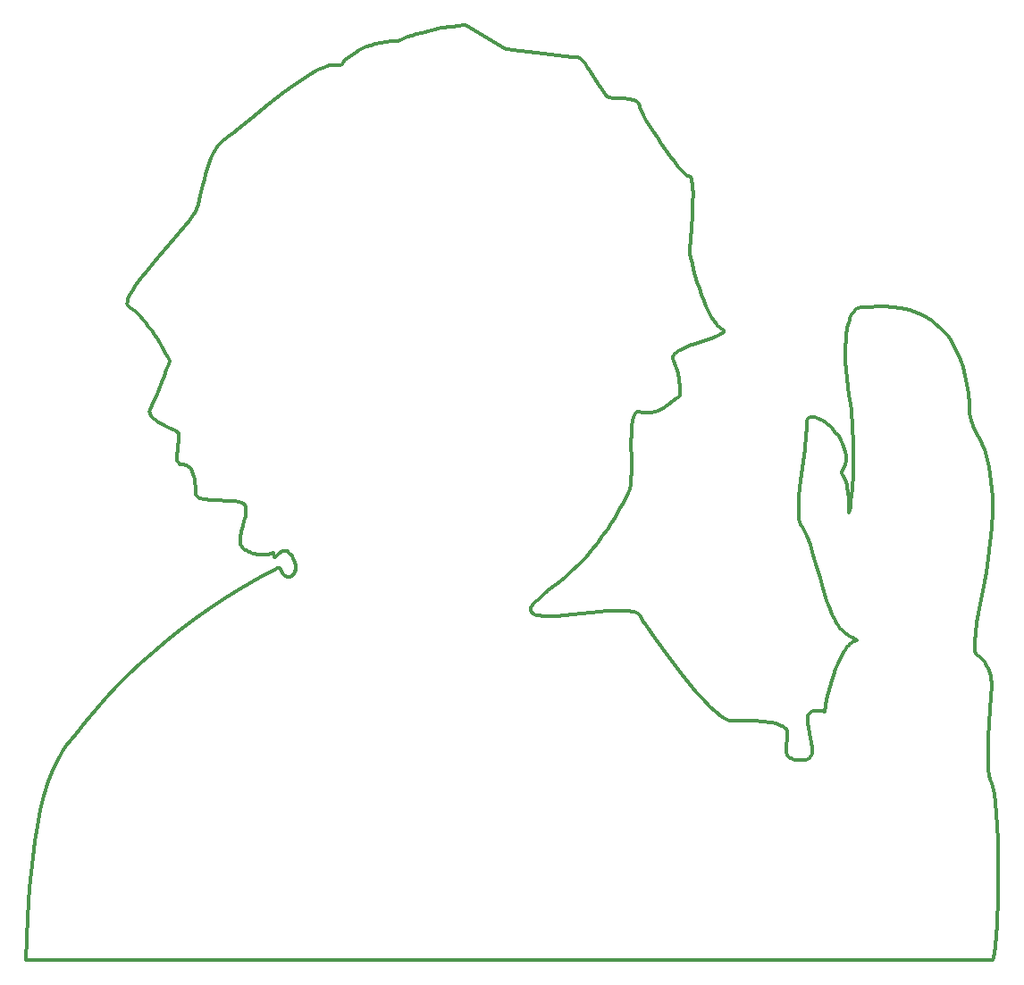
<source format=gbr>
%TF.GenerationSoftware,KiCad,Pcbnew,9.0.1*%
%TF.CreationDate,2025-06-11T16:25:32+05:30*%
%TF.ProjectId,zenitsu,7a656e69-7473-4752-9e6b-696361645f70,rev?*%
%TF.SameCoordinates,Original*%
%TF.FileFunction,Profile,NP*%
%FSLAX46Y46*%
G04 Gerber Fmt 4.6, Leading zero omitted, Abs format (unit mm)*
G04 Created by KiCad (PCBNEW 9.0.1) date 2025-06-11 16:25:32*
%MOMM*%
%LPD*%
G01*
G04 APERTURE LIST*
%TA.AperFunction,Profile*%
%ADD10C,0.302947*%
%TD*%
G04 APERTURE END LIST*
D10*
X144412998Y-54621000D02*
X144682922Y-54629952D01*
X145026219Y-54655232D01*
X145887881Y-54745309D01*
X147996115Y-55017279D01*
X150016872Y-55285477D01*
X150769189Y-55370839D01*
X151041412Y-55393054D01*
X151229327Y-55398470D01*
X151303003Y-55407661D01*
X151381778Y-55438062D01*
X151465283Y-55488264D01*
X151553150Y-55556856D01*
X151645012Y-55642428D01*
X151740499Y-55743569D01*
X151940876Y-55986923D01*
X152151336Y-56275635D01*
X152368932Y-56598426D01*
X152813745Y-57301117D01*
X153251741Y-58004751D01*
X153460816Y-58328719D01*
X153659348Y-58619081D01*
X153844388Y-58864554D01*
X154012992Y-59053859D01*
X154090209Y-59123923D01*
X154162211Y-59175715D01*
X154228631Y-59207824D01*
X154289100Y-59218840D01*
X154629824Y-59220332D01*
X155052176Y-59230778D01*
X155281725Y-59242157D01*
X155516995Y-59259132D01*
X155753091Y-59282823D01*
X155985118Y-59314348D01*
X156208181Y-59354827D01*
X156417385Y-59405379D01*
X156515260Y-59434783D01*
X156607834Y-59467124D01*
X156694496Y-59502543D01*
X156774633Y-59541180D01*
X156847634Y-59583175D01*
X156912887Y-59628667D01*
X156969779Y-59677797D01*
X157017700Y-59730704D01*
X157056037Y-59787529D01*
X157084178Y-59848411D01*
X157101511Y-59913489D01*
X157107425Y-59982906D01*
X157118809Y-60069338D01*
X157152086Y-60184018D01*
X157279081Y-60489985D01*
X157477929Y-60884549D01*
X157738149Y-61351451D01*
X158049258Y-61874434D01*
X158400775Y-62437237D01*
X158782220Y-63023603D01*
X159183111Y-63617274D01*
X159592965Y-64201991D01*
X160001303Y-64761495D01*
X160397641Y-65279528D01*
X160771500Y-65739832D01*
X161112397Y-66126148D01*
X161409851Y-66422217D01*
X161539011Y-66531329D01*
X161653380Y-66611782D01*
X161751648Y-66661544D01*
X161832504Y-66678583D01*
X161887068Y-66691804D01*
X161936151Y-66730628D01*
X161979949Y-66793795D01*
X162018658Y-66880046D01*
X162081592Y-67116766D01*
X162126522Y-67430713D01*
X162155018Y-67811815D01*
X162168648Y-68249998D01*
X162157587Y-69257318D01*
X162105890Y-70372087D01*
X162026110Y-71513721D01*
X161930797Y-72601635D01*
X161832504Y-73555244D01*
X161895092Y-73969351D01*
X161985671Y-74440587D01*
X162101866Y-74958401D01*
X162241298Y-75512246D01*
X162401592Y-76091572D01*
X162580371Y-76685830D01*
X162775259Y-77284472D01*
X162983878Y-77876948D01*
X163203853Y-78452711D01*
X163432805Y-79001210D01*
X163668360Y-79511897D01*
X163908140Y-79974223D01*
X164149769Y-80377640D01*
X164390869Y-80711597D01*
X164510479Y-80849233D01*
X164629065Y-80965548D01*
X164746332Y-81059223D01*
X164861980Y-81128941D01*
X164981376Y-81200516D01*
X165054660Y-81272083D01*
X165084757Y-81343793D01*
X165074591Y-81415795D01*
X165027087Y-81488238D01*
X164945171Y-81561274D01*
X164689797Y-81709718D01*
X164331868Y-81862326D01*
X163894781Y-82020296D01*
X162876725Y-82357111D01*
X162342552Y-82538352D01*
X161822813Y-82729747D01*
X161340905Y-82932493D01*
X160920226Y-83147788D01*
X160740160Y-83260516D01*
X160584175Y-83376831D01*
X160455196Y-83496882D01*
X160356149Y-83620818D01*
X160289957Y-83748791D01*
X160259545Y-83880949D01*
X160267839Y-84017442D01*
X160317763Y-84158421D01*
X160425511Y-84388906D01*
X160519866Y-84621220D01*
X160601717Y-84854334D01*
X160671952Y-85087219D01*
X160731460Y-85318847D01*
X160781130Y-85548188D01*
X160821851Y-85774214D01*
X160854511Y-85995895D01*
X160880001Y-86212203D01*
X160899208Y-86422109D01*
X160922330Y-86818600D01*
X160930988Y-87177135D01*
X160932294Y-87489485D01*
X160782075Y-87595528D01*
X160618489Y-87719821D01*
X160252522Y-88006311D01*
X159837001Y-88315264D01*
X159611473Y-88467635D01*
X159374536Y-88612986D01*
X159126515Y-88747106D01*
X158867737Y-88865784D01*
X158598527Y-88964808D01*
X158460113Y-89005633D01*
X158319212Y-89039966D01*
X158175867Y-89067279D01*
X158030119Y-89087046D01*
X157882006Y-89098741D01*
X157731572Y-89101837D01*
X157578856Y-89095808D01*
X157423899Y-89080128D01*
X157266742Y-89054269D01*
X157107425Y-89017706D01*
X156976383Y-89001104D01*
X156860145Y-89022698D01*
X156757863Y-89080317D01*
X156668691Y-89171789D01*
X156591779Y-89294942D01*
X156526283Y-89447602D01*
X156426143Y-89832761D01*
X156361494Y-90309887D01*
X156325556Y-90861604D01*
X156312702Y-92119305D01*
X156333353Y-93466846D01*
X156333284Y-94765211D01*
X156308533Y-95352511D01*
X156258267Y-95875386D01*
X156175706Y-96316459D01*
X156120198Y-96500890D01*
X156054074Y-96658354D01*
X156022265Y-96721974D01*
X155652239Y-97449895D01*
X155133078Y-98405220D01*
X154814884Y-98951427D01*
X154456180Y-99534408D01*
X154055891Y-100147468D01*
X153612941Y-100783916D01*
X153126254Y-101437059D01*
X152594756Y-102100204D01*
X152017371Y-102766658D01*
X151393022Y-103429728D01*
X150720636Y-104082723D01*
X149999137Y-104718949D01*
X149227448Y-105331713D01*
X148404494Y-105914323D01*
X148352587Y-105986398D01*
X148293058Y-106059284D01*
X148154520Y-106207152D01*
X147995655Y-106357257D01*
X147823238Y-106508926D01*
X147464843Y-106814271D01*
X147292414Y-106966605D01*
X147133530Y-107117818D01*
X147061285Y-107192793D01*
X146994966Y-107267237D01*
X146935420Y-107341065D01*
X146883495Y-107414193D01*
X146840037Y-107486537D01*
X146805892Y-107558013D01*
X146781909Y-107628537D01*
X146768932Y-107698025D01*
X146767810Y-107766394D01*
X146779389Y-107833559D01*
X146804516Y-107899437D01*
X146844037Y-107963943D01*
X146898800Y-108026994D01*
X146969651Y-108088506D01*
X147057437Y-108148394D01*
X147163005Y-108206575D01*
X147324257Y-108269998D01*
X147519519Y-108317803D01*
X148002405Y-108371321D01*
X148592328Y-108376653D01*
X149269956Y-108343322D01*
X150810987Y-108198768D01*
X152470827Y-108013846D01*
X154094802Y-107864744D01*
X154845005Y-107827435D01*
X155528240Y-107827652D01*
X156125174Y-107874919D01*
X156385235Y-107919172D01*
X156616471Y-107978758D01*
X156816465Y-108054869D01*
X156982799Y-108148694D01*
X157113057Y-108261424D01*
X157204822Y-108394250D01*
X157408573Y-108756666D01*
X157723259Y-109256079D01*
X158627166Y-110577376D01*
X159800004Y-112181108D01*
X161125237Y-113890239D01*
X161808583Y-114729005D01*
X162486326Y-115527734D01*
X163143898Y-116264295D01*
X163766733Y-116916559D01*
X164340263Y-117462397D01*
X164849921Y-117879680D01*
X165076245Y-118033198D01*
X165281139Y-118146278D01*
X165462781Y-118216154D01*
X165619351Y-118240061D01*
X165658885Y-118240061D01*
X166296518Y-118241534D01*
X167024832Y-118251874D01*
X167801361Y-118279960D01*
X168194435Y-118303434D01*
X168583639Y-118334675D01*
X168963664Y-118374792D01*
X169329201Y-118424898D01*
X169674944Y-118486100D01*
X169995582Y-118559510D01*
X170285809Y-118646238D01*
X170540317Y-118747393D01*
X170652517Y-118803728D01*
X170753796Y-118864086D01*
X170843491Y-118928606D01*
X170920939Y-118997426D01*
X170985210Y-119073217D01*
X171035454Y-119156889D01*
X171072959Y-119247775D01*
X171099012Y-119345210D01*
X171114901Y-119448526D01*
X171121913Y-119557058D01*
X171121335Y-119670140D01*
X171114456Y-119787105D01*
X170987079Y-120782664D01*
X170981427Y-120904595D01*
X170982349Y-121023747D01*
X170991133Y-121139453D01*
X171009067Y-121251046D01*
X171037437Y-121357862D01*
X171077532Y-121459233D01*
X171130639Y-121554493D01*
X171198045Y-121642975D01*
X171281039Y-121724015D01*
X171380908Y-121796944D01*
X171498939Y-121861098D01*
X171636420Y-121915810D01*
X171794639Y-121960413D01*
X171974883Y-121994241D01*
X172178439Y-122016628D01*
X172406596Y-122026908D01*
X172660952Y-122015739D01*
X172874372Y-121974489D01*
X173049756Y-121905302D01*
X173190007Y-121810323D01*
X173298025Y-121691699D01*
X173376713Y-121551573D01*
X173428973Y-121392091D01*
X173457705Y-121215399D01*
X173465811Y-121023640D01*
X173456194Y-120818961D01*
X173395393Y-120379421D01*
X173188773Y-119439678D01*
X173089380Y-118973796D01*
X173023548Y-118533455D01*
X173010471Y-118328225D01*
X173014490Y-118135816D01*
X173038506Y-117958372D01*
X173085420Y-117798039D01*
X173158134Y-117656962D01*
X173259549Y-117537286D01*
X173392568Y-117441156D01*
X173560092Y-117370718D01*
X173765021Y-117328115D01*
X174010259Y-117315494D01*
X174298707Y-117335000D01*
X174633266Y-117388777D01*
X174738700Y-116809620D01*
X174862826Y-116222434D01*
X175004167Y-115633482D01*
X175161249Y-115049027D01*
X175332598Y-114475334D01*
X175516739Y-113918667D01*
X175712197Y-113385287D01*
X175917497Y-112881461D01*
X176131165Y-112413450D01*
X176351726Y-111987518D01*
X176464131Y-111792290D01*
X176577706Y-111609930D01*
X176692267Y-111441222D01*
X176807630Y-111286948D01*
X176923610Y-111147892D01*
X177040022Y-111024837D01*
X177156684Y-110918565D01*
X177273409Y-110829860D01*
X177390015Y-110759504D01*
X177506316Y-110708280D01*
X177622129Y-110676972D01*
X177737268Y-110666362D01*
X177601022Y-110577688D01*
X177478043Y-110501403D01*
X177366693Y-110435566D01*
X177265332Y-110378236D01*
X176926996Y-110195183D01*
X176850993Y-110151284D01*
X176775143Y-110104250D01*
X176697808Y-110052141D01*
X176617347Y-109993016D01*
X176532122Y-109924934D01*
X176440494Y-109845956D01*
X176340823Y-109754141D01*
X176231470Y-109647549D01*
X176116217Y-109520899D01*
X176000445Y-109372088D01*
X175884828Y-109204024D01*
X175770037Y-109019619D01*
X175656743Y-108821782D01*
X175545619Y-108613422D01*
X175437335Y-108397450D01*
X175332563Y-108176775D01*
X175136243Y-107732957D01*
X174962031Y-107305246D01*
X174815301Y-106916920D01*
X174701425Y-106591259D01*
X174481533Y-105735876D01*
X174213816Y-104743198D01*
X173912622Y-103681275D01*
X173592295Y-102618153D01*
X173267183Y-101621881D01*
X173107316Y-101170079D01*
X172951632Y-100760507D01*
X172801925Y-100401672D01*
X172659987Y-100102078D01*
X172527613Y-99870234D01*
X172465573Y-99782375D01*
X172406596Y-99714643D01*
X172340837Y-99626471D01*
X172286576Y-99506430D01*
X172210079Y-99178044D01*
X172172168Y-98744094D01*
X172167906Y-98219190D01*
X172192356Y-97617940D01*
X172240581Y-96954953D01*
X172388609Y-95502208D01*
X172752739Y-92498686D01*
X172889850Y-91181655D01*
X172929887Y-90620455D01*
X172944330Y-90143609D01*
X172959356Y-89947241D01*
X173002909Y-89786965D01*
X173072701Y-89661369D01*
X173166441Y-89569043D01*
X173281842Y-89508574D01*
X173416616Y-89478553D01*
X173568472Y-89477567D01*
X173735124Y-89504206D01*
X173914281Y-89557057D01*
X174103655Y-89634711D01*
X174300958Y-89735755D01*
X174503901Y-89858779D01*
X174710194Y-90002370D01*
X174917551Y-90165119D01*
X175123681Y-90345613D01*
X175326296Y-90542442D01*
X175523107Y-90754193D01*
X175711826Y-90979457D01*
X175890164Y-91216821D01*
X176055833Y-91464875D01*
X176206543Y-91722207D01*
X176340005Y-91987405D01*
X176453932Y-92259060D01*
X176546034Y-92535758D01*
X176614024Y-92816090D01*
X176655611Y-93098644D01*
X176668508Y-93382009D01*
X176650425Y-93664772D01*
X176599074Y-93945524D01*
X176512167Y-94222853D01*
X176387414Y-94495348D01*
X176222527Y-94761597D01*
X176291361Y-94859393D01*
X176355893Y-94963255D01*
X176416261Y-95072703D01*
X176472605Y-95187260D01*
X176573773Y-95429794D01*
X176660509Y-95687035D01*
X176733922Y-95955163D01*
X176795125Y-96230359D01*
X176845227Y-96508801D01*
X176885339Y-96786671D01*
X176916572Y-97060147D01*
X176940037Y-97325410D01*
X176968106Y-97816013D01*
X176978431Y-98227920D01*
X176979898Y-98530569D01*
X176979898Y-98548444D01*
X177070669Y-98044828D01*
X177151427Y-97492452D01*
X177281116Y-96261778D01*
X177365381Y-94897139D01*
X177400636Y-93439249D01*
X177383300Y-91928823D01*
X177309787Y-90406577D01*
X177176514Y-88913226D01*
X177086348Y-88190109D01*
X176979898Y-87489485D01*
X176850382Y-86639615D01*
X176748606Y-85812127D01*
X176674451Y-85011497D01*
X176627795Y-84242202D01*
X176608516Y-83508721D01*
X176616495Y-82815531D01*
X176651610Y-82167109D01*
X176679306Y-81861085D01*
X176713741Y-81567932D01*
X176754899Y-81288210D01*
X176802765Y-81022479D01*
X176857325Y-80771297D01*
X176918563Y-80535225D01*
X176986465Y-80314823D01*
X177061014Y-80110650D01*
X177142196Y-79923266D01*
X177229996Y-79753230D01*
X177324398Y-79601102D01*
X177425388Y-79467442D01*
X177532951Y-79352810D01*
X177647071Y-79257765D01*
X177767733Y-79182867D01*
X177894922Y-79128675D01*
X178028623Y-79095750D01*
X178168821Y-79084650D01*
X179013751Y-79039883D01*
X179610063Y-79014144D01*
X180295985Y-79013029D01*
X181051804Y-79056684D01*
X181857803Y-79165255D01*
X182273459Y-79250180D01*
X182694268Y-79358889D01*
X183117765Y-79493900D01*
X183541484Y-79657732D01*
X183962963Y-79852902D01*
X184379736Y-80081930D01*
X184789340Y-80347332D01*
X185189309Y-80651628D01*
X185577180Y-80997336D01*
X185950488Y-81386973D01*
X186306768Y-81823059D01*
X186643557Y-82308112D01*
X186958390Y-82844649D01*
X187248803Y-83435189D01*
X187512331Y-84082251D01*
X187746509Y-84788352D01*
X187948874Y-85556012D01*
X188116961Y-86387747D01*
X188248306Y-87286077D01*
X188340445Y-88253519D01*
X188343481Y-88463992D01*
X188352392Y-88665896D01*
X188366879Y-88859654D01*
X188386643Y-89045690D01*
X188411385Y-89224426D01*
X188440807Y-89396286D01*
X188474611Y-89561694D01*
X188512498Y-89721072D01*
X188554169Y-89874844D01*
X188599325Y-90023434D01*
X188698901Y-90306759D01*
X188808837Y-90574434D01*
X188926744Y-90829845D01*
X189050233Y-91076378D01*
X189176916Y-91317421D01*
X189430310Y-91796582D01*
X189552243Y-92041473D01*
X189667816Y-92294421D01*
X189774640Y-92558811D01*
X189870326Y-92838030D01*
X190060749Y-93515195D01*
X190217284Y-94205282D01*
X190341905Y-94906479D01*
X190436588Y-95616978D01*
X190503309Y-96334968D01*
X190544042Y-97058640D01*
X190555446Y-98515792D01*
X190486604Y-99973954D01*
X190353316Y-101418649D01*
X190171385Y-102835400D01*
X189956613Y-104209728D01*
X189085154Y-108993258D01*
X188943206Y-109938306D01*
X188863230Y-110754065D01*
X188861027Y-111426056D01*
X188894029Y-111703614D01*
X188952399Y-111939802D01*
X189053373Y-111995966D01*
X189163590Y-112069065D01*
X189280876Y-112159322D01*
X189403057Y-112266963D01*
X189527957Y-112392211D01*
X189653404Y-112535290D01*
X189777223Y-112696424D01*
X189897239Y-112875837D01*
X190011278Y-113073754D01*
X190117167Y-113290398D01*
X190212730Y-113525994D01*
X190295793Y-113780766D01*
X190364183Y-114054937D01*
X190415725Y-114348733D01*
X190448244Y-114662376D01*
X190456691Y-114826711D01*
X190459567Y-114996091D01*
X190428193Y-115985520D01*
X190351997Y-117180889D01*
X190172712Y-119867097D01*
X190123408Y-121196762D01*
X190120607Y-121822979D01*
X190136855Y-122410020D01*
X190175513Y-122947811D01*
X190239944Y-123426281D01*
X190333508Y-123835355D01*
X190392266Y-124010721D01*
X190459567Y-124164960D01*
X190595747Y-124580249D01*
X190717137Y-125231420D01*
X190823287Y-126086054D01*
X190913750Y-127111734D01*
X191045822Y-129546557D01*
X191109766Y-132276541D01*
X191101998Y-135042339D01*
X191018929Y-137584605D01*
X190948037Y-138690867D01*
X190856976Y-139643990D01*
X190745296Y-140411557D01*
X190612551Y-140961150D01*
X98970815Y-140961150D01*
X99159665Y-136865009D01*
X99324907Y-134148149D01*
X99601904Y-131211550D01*
X99797438Y-129713845D01*
X100039063Y-128224801D01*
X100332831Y-126765617D01*
X100684793Y-125357492D01*
X101100999Y-124021624D01*
X101587500Y-122779213D01*
X102150347Y-121651457D01*
X102462292Y-121137199D01*
X102795592Y-120659554D01*
X103676078Y-119514837D01*
X104597451Y-118374124D01*
X105561307Y-117239246D01*
X106569245Y-116112034D01*
X107622863Y-114994320D01*
X108723759Y-113887935D01*
X109873530Y-112794710D01*
X111073774Y-111716475D01*
X112326090Y-110655064D01*
X113632075Y-109612306D01*
X114993327Y-108590033D01*
X116411443Y-107590075D01*
X117888023Y-106614266D01*
X119424662Y-105664434D01*
X121022961Y-104742413D01*
X122684515Y-103850032D01*
X122737776Y-103825306D01*
X122786597Y-103808387D01*
X122831319Y-103798812D01*
X122872287Y-103796114D01*
X122909843Y-103799831D01*
X122944331Y-103809498D01*
X122976093Y-103824649D01*
X123005473Y-103844821D01*
X123032813Y-103869550D01*
X123058458Y-103898370D01*
X123082748Y-103930818D01*
X123106029Y-103966428D01*
X123150932Y-104045279D01*
X123195911Y-104131208D01*
X123243711Y-104220499D01*
X123297076Y-104309436D01*
X123326703Y-104352611D01*
X123358750Y-104394304D01*
X123393561Y-104434051D01*
X123431479Y-104471387D01*
X123472846Y-104505848D01*
X123518006Y-104536969D01*
X123567302Y-104564286D01*
X123621077Y-104587335D01*
X123679673Y-104605651D01*
X123743434Y-104618769D01*
X123812704Y-104626225D01*
X123887825Y-104627555D01*
X123963529Y-104621356D01*
X124034349Y-104606811D01*
X124100285Y-104584335D01*
X124161337Y-104554337D01*
X124217505Y-104517232D01*
X124268788Y-104473431D01*
X124315188Y-104423347D01*
X124356703Y-104367392D01*
X124393334Y-104305979D01*
X124425081Y-104239519D01*
X124451944Y-104168425D01*
X124473923Y-104093110D01*
X124491017Y-104013986D01*
X124503228Y-103931464D01*
X124510554Y-103845959D01*
X124512996Y-103757881D01*
X124510554Y-103667643D01*
X124503228Y-103575658D01*
X124491017Y-103482337D01*
X124473923Y-103388094D01*
X124451944Y-103293341D01*
X124425081Y-103198489D01*
X124393334Y-103103952D01*
X124356703Y-103010142D01*
X124315188Y-102917470D01*
X124268788Y-102826350D01*
X124217505Y-102737193D01*
X124161337Y-102650412D01*
X124100285Y-102566420D01*
X124034349Y-102485628D01*
X123963529Y-102408450D01*
X123887825Y-102335297D01*
X123810346Y-102272131D01*
X123734278Y-102223917D01*
X123659688Y-102189566D01*
X123586645Y-102167992D01*
X123515220Y-102158105D01*
X123445479Y-102158820D01*
X123377493Y-102169047D01*
X123311329Y-102187700D01*
X123247058Y-102213692D01*
X123184747Y-102245933D01*
X123124465Y-102283337D01*
X123066282Y-102324817D01*
X122956486Y-102415651D01*
X122855909Y-102509735D01*
X122684616Y-102672848D01*
X122615002Y-102724476D01*
X122584444Y-102739001D01*
X122556810Y-102744550D01*
X122532169Y-102740036D01*
X122510591Y-102724370D01*
X122492143Y-102696466D01*
X122476895Y-102655235D01*
X122464916Y-102599590D01*
X122456274Y-102528444D01*
X122451038Y-102440709D01*
X122449278Y-102335297D01*
X122372812Y-102380451D01*
X122287342Y-102420405D01*
X122193617Y-102455168D01*
X122092388Y-102484748D01*
X121984403Y-102509154D01*
X121870412Y-102528393D01*
X121751166Y-102542476D01*
X121627413Y-102551408D01*
X121499904Y-102555200D01*
X121369387Y-102553860D01*
X121236614Y-102547395D01*
X121102334Y-102535815D01*
X120967295Y-102519128D01*
X120832249Y-102497341D01*
X120697944Y-102470465D01*
X120565130Y-102438506D01*
X120434558Y-102401473D01*
X120306976Y-102359376D01*
X120183135Y-102312221D01*
X120063784Y-102260018D01*
X119949672Y-102202775D01*
X119841551Y-102140501D01*
X119740168Y-102073203D01*
X119646274Y-102000891D01*
X119560619Y-101923572D01*
X119483953Y-101841255D01*
X119417024Y-101753948D01*
X119360583Y-101661660D01*
X119315379Y-101564399D01*
X119282163Y-101462174D01*
X119261683Y-101354993D01*
X119254690Y-101242865D01*
X119257322Y-101127550D01*
X119264931Y-101010951D01*
X119293374Y-100774606D01*
X119336601Y-100535240D01*
X119391194Y-100294267D01*
X119453736Y-100053097D01*
X119520807Y-99813143D01*
X119654866Y-99342529D01*
X119715017Y-99114693D01*
X119766026Y-98893720D01*
X119804474Y-98681022D01*
X119826943Y-98478011D01*
X119831117Y-98380580D01*
X119830014Y-98286099D01*
X119823208Y-98194746D01*
X119810271Y-98106697D01*
X119790775Y-98022129D01*
X119764293Y-97941218D01*
X119730399Y-97864141D01*
X119688664Y-97791074D01*
X119632334Y-97724659D01*
X119555897Y-97666973D01*
X119460789Y-97617344D01*
X119348445Y-97575098D01*
X119220301Y-97539563D01*
X119077793Y-97510065D01*
X118755430Y-97466492D01*
X118392843Y-97438997D01*
X118001519Y-97422197D01*
X117178608Y-97399155D01*
X116769996Y-97382148D01*
X116378595Y-97354308D01*
X116015894Y-97310251D01*
X115693380Y-97244597D01*
X115550782Y-97201989D01*
X115422539Y-97151963D01*
X115310086Y-97093846D01*
X115214859Y-97026965D01*
X115138294Y-96950649D01*
X115081827Y-96864223D01*
X115046893Y-96767016D01*
X115034930Y-96658354D01*
X115033613Y-96397767D01*
X115019711Y-96027698D01*
X115003376Y-95815500D01*
X114978296Y-95592601D01*
X114942605Y-95364559D01*
X114894438Y-95136930D01*
X114831928Y-94915270D01*
X114794711Y-94808415D01*
X114753209Y-94705137D01*
X114707188Y-94606129D01*
X114656415Y-94512086D01*
X114600657Y-94423704D01*
X114539681Y-94341676D01*
X114473253Y-94266697D01*
X114401139Y-94199461D01*
X114323108Y-94140664D01*
X114238925Y-94091000D01*
X114148357Y-94051163D01*
X114051172Y-94021848D01*
X113947134Y-94003750D01*
X113836013Y-93997563D01*
X113728316Y-93990325D01*
X113634203Y-93969163D01*
X113552914Y-93934909D01*
X113483689Y-93888390D01*
X113425770Y-93830436D01*
X113378397Y-93761878D01*
X113340810Y-93683545D01*
X113312252Y-93596266D01*
X113291961Y-93500871D01*
X113279179Y-93398189D01*
X113273146Y-93289050D01*
X113273104Y-93174284D01*
X113287953Y-92931187D01*
X113317650Y-92675536D01*
X113397293Y-92153116D01*
X113435090Y-91899620D01*
X113463437Y-91660116D01*
X113476260Y-91441240D01*
X113474952Y-91341611D01*
X113467484Y-91249629D01*
X113453099Y-91166121D01*
X113431036Y-91091919D01*
X113400536Y-91027851D01*
X113360840Y-90974747D01*
X113309878Y-90927017D01*
X113246770Y-90878460D01*
X113088203Y-90778524D01*
X112893314Y-90674261D01*
X112670282Y-90564989D01*
X112172492Y-90328701D01*
X111914088Y-90200324D01*
X111660248Y-90064219D01*
X111419147Y-89919705D01*
X111305929Y-89844083D01*
X111198963Y-89766103D01*
X111099270Y-89685681D01*
X111007872Y-89602731D01*
X110925792Y-89517170D01*
X110854052Y-89428911D01*
X110793674Y-89337870D01*
X110745680Y-89243962D01*
X110711091Y-89147102D01*
X110690931Y-89047204D01*
X110686221Y-88944185D01*
X110697983Y-88837957D01*
X110727240Y-88728438D01*
X110775013Y-88615541D01*
X111018819Y-88104358D01*
X111283020Y-87510797D01*
X111555240Y-86869484D01*
X111823103Y-86215040D01*
X112074234Y-85582088D01*
X112296256Y-85005252D01*
X112476793Y-84519155D01*
X112603470Y-84158421D01*
X112447902Y-83856313D01*
X112269698Y-83526715D01*
X111855246Y-82806896D01*
X111623929Y-82427600D01*
X111379838Y-82042662D01*
X111125438Y-81657544D01*
X110863194Y-81277708D01*
X110595571Y-80908617D01*
X110325035Y-80555733D01*
X110054052Y-80224518D01*
X109785085Y-79920433D01*
X109520600Y-79648942D01*
X109263063Y-79415507D01*
X109137670Y-79314767D01*
X109014939Y-79225589D01*
X108895177Y-79148655D01*
X108778692Y-79084650D01*
X108659863Y-78995829D01*
X108588426Y-78873990D01*
X108561671Y-78721186D01*
X108576887Y-78539468D01*
X108631361Y-78330888D01*
X108722383Y-78097498D01*
X108847242Y-77841350D01*
X109003225Y-77564497D01*
X109397722Y-76956878D01*
X109884184Y-76291059D01*
X110440919Y-75583454D01*
X111046238Y-74850478D01*
X113519538Y-71993176D01*
X114483734Y-70839099D01*
X114821802Y-70388158D01*
X115034930Y-70043169D01*
X115170140Y-69727826D01*
X115291903Y-69359836D01*
X115404702Y-68946721D01*
X115513019Y-68496001D01*
X115734136Y-67511829D01*
X115855899Y-66993420D01*
X115991109Y-66467488D01*
X116144247Y-65941556D01*
X116319796Y-65423143D01*
X116522237Y-64919771D01*
X116756053Y-64438961D01*
X116886127Y-64209367D01*
X117025725Y-63988233D01*
X117175408Y-63776500D01*
X117335737Y-63575108D01*
X117507270Y-63384997D01*
X117690569Y-63207107D01*
X117886194Y-63042378D01*
X118094704Y-62891750D01*
X118567940Y-62555878D01*
X119119615Y-62132233D01*
X120413462Y-61087132D01*
X121886599Y-59887457D01*
X123449382Y-58664218D01*
X124236376Y-58084704D01*
X125012165Y-57548428D01*
X125765543Y-57071767D01*
X126485303Y-56671097D01*
X126829075Y-56504377D01*
X127160241Y-56362795D01*
X127477399Y-56248399D01*
X127779150Y-56163236D01*
X128064092Y-56109353D01*
X128330825Y-56088797D01*
X128577949Y-56103616D01*
X128804061Y-56155855D01*
X128914630Y-56004196D01*
X129055080Y-55837987D01*
X129225411Y-55660585D01*
X129425624Y-55475349D01*
X129655717Y-55285636D01*
X129915691Y-55094804D01*
X130205545Y-54906210D01*
X130525280Y-54723213D01*
X130874895Y-54549170D01*
X131254389Y-54387438D01*
X131663763Y-54241376D01*
X132103016Y-54114342D01*
X132572149Y-54009692D01*
X133071160Y-53930785D01*
X133600051Y-53880979D01*
X134158819Y-53863630D01*
X134427684Y-53720478D01*
X134750931Y-53578307D01*
X135120709Y-53438257D01*
X135529161Y-53301467D01*
X135968435Y-53169075D01*
X136430675Y-53042221D01*
X137392637Y-52809679D01*
X138352213Y-52612954D01*
X139246569Y-52461155D01*
X140012870Y-52363394D01*
X140328364Y-52337625D01*
X140588282Y-52328783D01*
X144412998Y-54621000D01*
M02*

</source>
